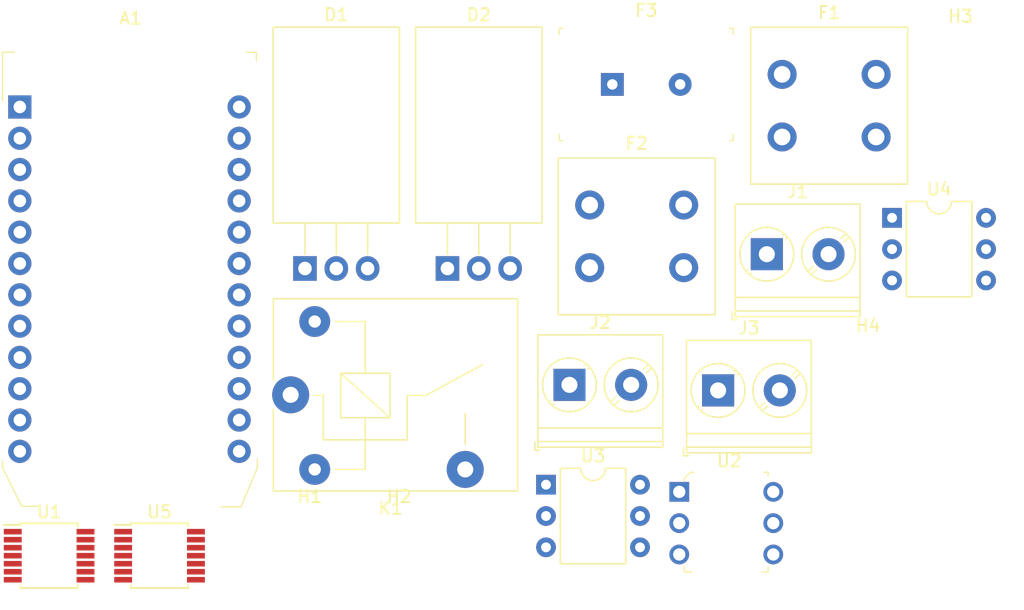
<source format=kicad_pcb>
(kicad_pcb (version 20171130) (host pcbnew "(5.1.5-0-10_14)")

  (general
    (thickness 1.6)
    (drawings 0)
    (tracks 0)
    (zones 0)
    (modules 19)
    (nets 57)
  )

  (page A4)
  (layers
    (0 F.Cu signal)
    (31 B.Cu signal)
    (32 B.Adhes user)
    (33 F.Adhes user)
    (34 B.Paste user)
    (35 F.Paste user)
    (36 B.SilkS user)
    (37 F.SilkS user)
    (38 B.Mask user)
    (39 F.Mask user)
    (40 Dwgs.User user)
    (41 Cmts.User user)
    (42 Eco1.User user)
    (43 Eco2.User user)
    (44 Edge.Cuts user)
    (45 Margin user)
    (46 B.CrtYd user)
    (47 F.CrtYd user)
    (48 B.Fab user)
    (49 F.Fab user)
  )

  (setup
    (last_trace_width 0.25)
    (trace_clearance 0.2)
    (zone_clearance 0.508)
    (zone_45_only no)
    (trace_min 0.2)
    (via_size 0.8)
    (via_drill 0.4)
    (via_min_size 0.4)
    (via_min_drill 0.3)
    (uvia_size 0.3)
    (uvia_drill 0.1)
    (uvias_allowed no)
    (uvia_min_size 0.2)
    (uvia_min_drill 0.1)
    (edge_width 0.05)
    (segment_width 0.2)
    (pcb_text_width 0.3)
    (pcb_text_size 1.5 1.5)
    (mod_edge_width 0.12)
    (mod_text_size 1 1)
    (mod_text_width 0.15)
    (pad_size 1.524 1.524)
    (pad_drill 0.762)
    (pad_to_mask_clearance 0.051)
    (solder_mask_min_width 0.25)
    (aux_axis_origin 0 0)
    (visible_elements FFFFFF7F)
    (pcbplotparams
      (layerselection 0x010fc_ffffffff)
      (usegerberextensions false)
      (usegerberattributes false)
      (usegerberadvancedattributes false)
      (creategerberjobfile false)
      (excludeedgelayer true)
      (linewidth 0.100000)
      (plotframeref false)
      (viasonmask false)
      (mode 1)
      (useauxorigin false)
      (hpglpennumber 1)
      (hpglpenspeed 20)
      (hpglpendiameter 15.000000)
      (psnegative false)
      (psa4output false)
      (plotreference true)
      (plotvalue true)
      (plotinvisibletext false)
      (padsonsilk false)
      (subtractmaskfromsilk false)
      (outputformat 1)
      (mirror false)
      (drillshape 1)
      (scaleselection 1)
      (outputdirectory ""))
  )

  (net 0 "")
  (net 1 A0)
  (net 2 A1)
  (net 3 A2)
  (net 4 A3)
  (net 5 A4)
  (net 6 "Net-(A1-Pad7)")
  (net 7 "Net-(A1-Pad6)")
  (net 8 "Net-(A1-Pad5)")
  (net 9 "Net-(A1-Pad4)")
  (net 10 "Net-(A1-Pad3)")
  (net 11 GND)
  (net 12 "Net-(A1-Pad1)")
  (net 13 D0)
  (net 14 D1)
  (net 15 D2)
  (net 16 D3)
  (net 17 "Net-(A1-Pad17)")
  (net 18 "Net-(A1-Pad18)")
  (net 19 "Net-(A1-Pad19)")
  (net 20 "Net-(A1-Pad20)")
  (net 21 "Net-(A1-Pad21)")
  (net 22 "Net-(A1-Pad22)")
  (net 23 "Net-(A1-Pad23)")
  (net 24 +3V3)
  (net 25 N)
  (net 26 "Net-(D1-Pad2)")
  (net 27 "Net-(D1-Pad3)")
  (net 28 "Net-(D2-Pad3)")
  (net 29 "Net-(D2-Pad2)")
  (net 30 "Net-(F1-Pad1)")
  (net 31 "Net-(F1-Pad2)")
  (net 32 Earth)
  (net 33 AC)
  (net 34 "Net-(C5-Pad2)")
  (net 35 "Net-(C6-Pad2)")
  (net 36 "Net-(C10-Pad1)")
  (net 37 "Net-(C8-Pad2)")
  (net 38 L1)
  (net 39 "Net-(U1-Pad6)")
  (net 40 "Net-(U1-Pad7)")
  (net 41 "Net-(U1-Pad13)")
  (net 42 "Net-(R5-Pad2)")
  (net 43 "Net-(R4-Pad2)")
  (net 44 "Net-(U2-Pad3)")
  (net 45 "Net-(U2-Pad6)")
  (net 46 "Net-(R2-Pad1)")
  (net 47 "Net-(R6-Pad1)")
  (net 48 "Net-(U3-Pad5)")
  (net 49 "Net-(U3-Pad3)")
  (net 50 "Net-(U4-Pad3)")
  (net 51 "Net-(U4-Pad5)")
  (net 52 "Net-(R7-Pad2)")
  (net 53 "Net-(R3-Pad1)")
  (net 54 "Net-(U5-Pad13)")
  (net 55 "Net-(U5-Pad7)")
  (net 56 "Net-(U5-Pad6)")

  (net_class Default "This is the default net class."
    (clearance 0.2)
    (trace_width 0.25)
    (via_dia 0.8)
    (via_drill 0.4)
    (uvia_dia 0.3)
    (uvia_drill 0.1)
    (add_net +3V3)
    (add_net A0)
    (add_net A1)
    (add_net A2)
    (add_net A3)
    (add_net A4)
    (add_net AC)
    (add_net D0)
    (add_net D1)
    (add_net D2)
    (add_net D3)
    (add_net Earth)
    (add_net GND)
    (add_net L1)
    (add_net N)
    (add_net "Net-(A1-Pad1)")
    (add_net "Net-(A1-Pad17)")
    (add_net "Net-(A1-Pad18)")
    (add_net "Net-(A1-Pad19)")
    (add_net "Net-(A1-Pad20)")
    (add_net "Net-(A1-Pad21)")
    (add_net "Net-(A1-Pad22)")
    (add_net "Net-(A1-Pad23)")
    (add_net "Net-(A1-Pad3)")
    (add_net "Net-(A1-Pad4)")
    (add_net "Net-(A1-Pad5)")
    (add_net "Net-(A1-Pad6)")
    (add_net "Net-(A1-Pad7)")
    (add_net "Net-(C10-Pad1)")
    (add_net "Net-(C5-Pad2)")
    (add_net "Net-(C6-Pad2)")
    (add_net "Net-(C8-Pad2)")
    (add_net "Net-(D1-Pad2)")
    (add_net "Net-(D1-Pad3)")
    (add_net "Net-(D2-Pad2)")
    (add_net "Net-(D2-Pad3)")
    (add_net "Net-(F1-Pad1)")
    (add_net "Net-(F1-Pad2)")
    (add_net "Net-(R2-Pad1)")
    (add_net "Net-(R3-Pad1)")
    (add_net "Net-(R4-Pad2)")
    (add_net "Net-(R5-Pad2)")
    (add_net "Net-(R6-Pad1)")
    (add_net "Net-(R7-Pad2)")
    (add_net "Net-(U1-Pad13)")
    (add_net "Net-(U1-Pad6)")
    (add_net "Net-(U1-Pad7)")
    (add_net "Net-(U2-Pad3)")
    (add_net "Net-(U2-Pad6)")
    (add_net "Net-(U3-Pad3)")
    (add_net "Net-(U3-Pad5)")
    (add_net "Net-(U4-Pad3)")
    (add_net "Net-(U4-Pad5)")
    (add_net "Net-(U5-Pad13)")
    (add_net "Net-(U5-Pad6)")
    (add_net "Net-(U5-Pad7)")
  )

  (module digikey-footprints:Particle_Photon (layer F.Cu) (tedit 59CD2E49) (tstamp 5E50BE90)
    (at 61.290201 80.289401)
    (path /5E72F9B0)
    (fp_text reference A1 (at 8.975 -35.15) (layer F.SilkS)
      (effects (font (size 1 1) (thickness 0.15)))
    )
    (fp_text value PHOTONH (at 8.7 5.325) (layer F.Fab)
      (effects (font (size 1 1) (thickness 0.15)))
    )
    (fp_line (start -1.5748 4.6228) (end -1.5748 -34.544) (layer F.CrtYd) (width 0.0508))
    (fp_line (start 19.3548 4.6228) (end -1.5748 4.6228) (layer F.CrtYd) (width 0.0508))
    (fp_line (start 19.3548 -34.544) (end 19.3548 4.6228) (layer F.CrtYd) (width 0.0508))
    (fp_line (start -1.5748 -34.544) (end 19.3548 -34.544) (layer F.CrtYd) (width 0.0508))
    (fp_text user %R (at 8.35 -13.475) (layer F.Fab)
      (effects (font (size 1 1) (thickness 0.15)))
    )
    (fp_line (start -0.425 -32.375) (end -1.4 -32.375) (layer F.SilkS) (width 0.1016))
    (fp_line (start -1.4 -32.375) (end -1.4 -28.45) (layer F.SilkS) (width 0.1016))
    (fp_line (start -1.4 0.775) (end -1.4 1.325) (layer F.SilkS) (width 0.1016))
    (fp_line (start -1.4 1.325) (end 0.15 4.45) (layer F.SilkS) (width 0.1016))
    (fp_line (start 0.15 4.45) (end 1.625 4.45) (layer F.SilkS) (width 0.1016))
    (fp_line (start 19.25 0.65) (end 19.25 1.35) (layer F.SilkS) (width 0.1016))
    (fp_line (start 19.25 1.35) (end 17.925 4.5) (layer F.SilkS) (width 0.1016))
    (fp_line (start 17.925 4.5) (end 16.325 4.5) (layer F.SilkS) (width 0.1016))
    (fp_line (start 18.325 -32.375) (end 19.175 -32.375) (layer F.SilkS) (width 0.1016))
    (fp_line (start 19.175 -32.375) (end 19.175 -31.7) (layer F.SilkS) (width 0.1016))
    (fp_line (start 19.05 1.27) (end 17.78 4.318) (layer F.Fab) (width 0.1016))
    (fp_line (start -1.27 1.27) (end 0.254 4.318) (layer F.Fab) (width 0.1016))
    (fp_line (start 17.78 4.318) (end 0.254 4.318) (layer F.Fab) (width 0.1016))
    (fp_line (start 12.9032 -32.258) (end 19.05 -32.258) (layer F.Fab) (width 0.1016))
    (fp_line (start 12.9032 -34.163) (end 12.9032 -32.258) (layer F.Fab) (width 0.1016))
    (fp_line (start 4.8768 -34.163) (end 12.9032 -34.163) (layer F.Fab) (width 0.1016))
    (fp_line (start 4.8768 -32.258) (end 4.8768 -34.163) (layer F.Fab) (width 0.1016))
    (fp_line (start -1.27 -32.258) (end 4.8768 -32.258) (layer F.Fab) (width 0.1016))
    (fp_line (start 19.05 1.27) (end 19.05 -32.258) (layer F.Fab) (width 0.1016))
    (fp_line (start -1.27 -32.258) (end -1.27 1.27) (layer F.Fab) (width 0.1016))
    (pad 12 thru_hole circle (at 0 0) (size 1.8796 1.8796) (drill 1.016) (layers *.Cu *.Mask)
      (net 1 A0))
    (pad 11 thru_hole circle (at 0 -2.54) (size 1.8796 1.8796) (drill 1.016) (layers *.Cu *.Mask)
      (net 2 A1))
    (pad 10 thru_hole circle (at 0 -5.08) (size 1.8796 1.8796) (drill 1.016) (layers *.Cu *.Mask)
      (net 3 A2))
    (pad 9 thru_hole circle (at 0 -7.62) (size 1.8796 1.8796) (drill 1.016) (layers *.Cu *.Mask)
      (net 4 A3))
    (pad 8 thru_hole circle (at 0 -10.16) (size 1.8796 1.8796) (drill 1.016) (layers *.Cu *.Mask)
      (net 5 A4))
    (pad 7 thru_hole circle (at 0 -12.7) (size 1.8796 1.8796) (drill 1.016) (layers *.Cu *.Mask)
      (net 6 "Net-(A1-Pad7)"))
    (pad 6 thru_hole circle (at 0 -15.24) (size 1.8796 1.8796) (drill 1.016) (layers *.Cu *.Mask)
      (net 7 "Net-(A1-Pad6)"))
    (pad 5 thru_hole circle (at 0 -17.78) (size 1.8796 1.8796) (drill 1.016) (layers *.Cu *.Mask)
      (net 8 "Net-(A1-Pad5)"))
    (pad 4 thru_hole circle (at 0 -20.32) (size 1.8796 1.8796) (drill 1.016) (layers *.Cu *.Mask)
      (net 9 "Net-(A1-Pad4)"))
    (pad 3 thru_hole circle (at 0 -22.86) (size 1.8796 1.8796) (drill 1.016) (layers *.Cu *.Mask)
      (net 10 "Net-(A1-Pad3)"))
    (pad 2 thru_hole circle (at 0 -25.4) (size 1.8796 1.8796) (drill 1.016) (layers *.Cu *.Mask)
      (net 11 GND))
    (pad 1 thru_hole rect (at 0 -27.94) (size 1.8796 1.8796) (drill 1.016) (layers *.Cu *.Mask)
      (net 12 "Net-(A1-Pad1)"))
    (pad 13 thru_hole circle (at 17.78 0) (size 1.8796 1.8796) (drill 1.016) (layers *.Cu *.Mask)
      (net 13 D0))
    (pad 14 thru_hole circle (at 17.78 -2.54) (size 1.8796 1.8796) (drill 1.016) (layers *.Cu *.Mask)
      (net 14 D1))
    (pad 15 thru_hole circle (at 17.78 -5.08) (size 1.8796 1.8796) (drill 1.016) (layers *.Cu *.Mask)
      (net 15 D2))
    (pad 16 thru_hole circle (at 17.78 -7.62) (size 1.8796 1.8796) (drill 1.016) (layers *.Cu *.Mask)
      (net 16 D3))
    (pad 17 thru_hole circle (at 17.78 -10.16) (size 1.8796 1.8796) (drill 1.016) (layers *.Cu *.Mask)
      (net 17 "Net-(A1-Pad17)"))
    (pad 18 thru_hole circle (at 17.78 -12.7) (size 1.8796 1.8796) (drill 1.016) (layers *.Cu *.Mask)
      (net 18 "Net-(A1-Pad18)"))
    (pad 19 thru_hole circle (at 17.78 -15.24) (size 1.8796 1.8796) (drill 1.016) (layers *.Cu *.Mask)
      (net 19 "Net-(A1-Pad19)"))
    (pad 20 thru_hole circle (at 17.78 -17.78) (size 1.8796 1.8796) (drill 1.016) (layers *.Cu *.Mask)
      (net 20 "Net-(A1-Pad20)"))
    (pad 21 thru_hole circle (at 17.78 -20.32) (size 1.8796 1.8796) (drill 1.016) (layers *.Cu *.Mask)
      (net 21 "Net-(A1-Pad21)"))
    (pad 22 thru_hole circle (at 17.78 -22.86) (size 1.8796 1.8796) (drill 1.016) (layers *.Cu *.Mask)
      (net 22 "Net-(A1-Pad22)"))
    (pad 23 thru_hole circle (at 17.78 -25.4) (size 1.8796 1.8796) (drill 1.016) (layers *.Cu *.Mask)
      (net 23 "Net-(A1-Pad23)"))
    (pad 24 thru_hole circle (at 17.78 -27.94) (size 1.8796 1.8796) (drill 1.016) (layers *.Cu *.Mask)
      (net 24 +3V3))
  )

  (module Package_TO_SOT_THT:TO-220-3_Horizontal_TabDown (layer F.Cu) (tedit 5AC8BA0D) (tstamp 5E50BEB0)
    (at 84.405001 65.455001)
    (descr "TO-220-3, Horizontal, RM 2.54mm, see https://www.vishay.com/docs/66542/to-220-1.pdf")
    (tags "TO-220-3 Horizontal RM 2.54mm")
    (path /5E50A7B8)
    (fp_text reference D1 (at 2.54 -20.58) (layer F.SilkS)
      (effects (font (size 1 1) (thickness 0.15)))
    )
    (fp_text value Q_TRIAC_A1A2G (at 2.54 2) (layer F.Fab)
      (effects (font (size 1 1) (thickness 0.15)))
    )
    (fp_circle (center 2.54 -16.66) (end 4.39 -16.66) (layer F.Fab) (width 0.1))
    (fp_line (start -2.46 -13.06) (end -2.46 -19.46) (layer F.Fab) (width 0.1))
    (fp_line (start -2.46 -19.46) (end 7.54 -19.46) (layer F.Fab) (width 0.1))
    (fp_line (start 7.54 -19.46) (end 7.54 -13.06) (layer F.Fab) (width 0.1))
    (fp_line (start 7.54 -13.06) (end -2.46 -13.06) (layer F.Fab) (width 0.1))
    (fp_line (start -2.46 -3.81) (end -2.46 -13.06) (layer F.Fab) (width 0.1))
    (fp_line (start -2.46 -13.06) (end 7.54 -13.06) (layer F.Fab) (width 0.1))
    (fp_line (start 7.54 -13.06) (end 7.54 -3.81) (layer F.Fab) (width 0.1))
    (fp_line (start 7.54 -3.81) (end -2.46 -3.81) (layer F.Fab) (width 0.1))
    (fp_line (start 0 -3.81) (end 0 0) (layer F.Fab) (width 0.1))
    (fp_line (start 2.54 -3.81) (end 2.54 0) (layer F.Fab) (width 0.1))
    (fp_line (start 5.08 -3.81) (end 5.08 0) (layer F.Fab) (width 0.1))
    (fp_line (start -2.58 -3.69) (end 7.66 -3.69) (layer F.SilkS) (width 0.12))
    (fp_line (start -2.58 -19.58) (end 7.66 -19.58) (layer F.SilkS) (width 0.12))
    (fp_line (start -2.58 -19.58) (end -2.58 -3.69) (layer F.SilkS) (width 0.12))
    (fp_line (start 7.66 -19.58) (end 7.66 -3.69) (layer F.SilkS) (width 0.12))
    (fp_line (start 0 -3.69) (end 0 -1.15) (layer F.SilkS) (width 0.12))
    (fp_line (start 2.54 -3.69) (end 2.54 -1.15) (layer F.SilkS) (width 0.12))
    (fp_line (start 5.08 -3.69) (end 5.08 -1.15) (layer F.SilkS) (width 0.12))
    (fp_line (start -2.71 -19.71) (end -2.71 1.25) (layer F.CrtYd) (width 0.05))
    (fp_line (start -2.71 1.25) (end 7.79 1.25) (layer F.CrtYd) (width 0.05))
    (fp_line (start 7.79 1.25) (end 7.79 -19.71) (layer F.CrtYd) (width 0.05))
    (fp_line (start 7.79 -19.71) (end -2.71 -19.71) (layer F.CrtYd) (width 0.05))
    (fp_text user %R (at 2.54 -20.58) (layer F.Fab)
      (effects (font (size 1 1) (thickness 0.15)))
    )
    (pad "" np_thru_hole oval (at 2.54 -16.66) (size 3.5 3.5) (drill 3.5) (layers *.Cu *.Mask))
    (pad 1 thru_hole rect (at 0 0) (size 1.905 2) (drill 1.1) (layers *.Cu *.Mask)
      (net 25 N))
    (pad 2 thru_hole oval (at 2.54 0) (size 1.905 2) (drill 1.1) (layers *.Cu *.Mask)
      (net 26 "Net-(D1-Pad2)"))
    (pad 3 thru_hole oval (at 5.08 0) (size 1.905 2) (drill 1.1) (layers *.Cu *.Mask)
      (net 27 "Net-(D1-Pad3)"))
    (model ${KISYS3DMOD}/Package_TO_SOT_THT.3dshapes/TO-220-3_Horizontal_TabDown.wrl
      (at (xyz 0 0 0))
      (scale (xyz 1 1 1))
      (rotate (xyz 0 0 0))
    )
  )

  (module Package_TO_SOT_THT:TO-220-3_Horizontal_TabDown (layer F.Cu) (tedit 5AC8BA0D) (tstamp 5E50BED0)
    (at 95.955001 65.455001)
    (descr "TO-220-3, Horizontal, RM 2.54mm, see https://www.vishay.com/docs/66542/to-220-1.pdf")
    (tags "TO-220-3 Horizontal RM 2.54mm")
    (path /5E50AD66)
    (fp_text reference D2 (at 2.54 -20.58) (layer F.SilkS)
      (effects (font (size 1 1) (thickness 0.15)))
    )
    (fp_text value Q_TRIAC_A1A2G (at 2.54 2) (layer F.Fab)
      (effects (font (size 1 1) (thickness 0.15)))
    )
    (fp_text user %R (at 2.54 -20.58) (layer F.Fab)
      (effects (font (size 1 1) (thickness 0.15)))
    )
    (fp_line (start 7.79 -19.71) (end -2.71 -19.71) (layer F.CrtYd) (width 0.05))
    (fp_line (start 7.79 1.25) (end 7.79 -19.71) (layer F.CrtYd) (width 0.05))
    (fp_line (start -2.71 1.25) (end 7.79 1.25) (layer F.CrtYd) (width 0.05))
    (fp_line (start -2.71 -19.71) (end -2.71 1.25) (layer F.CrtYd) (width 0.05))
    (fp_line (start 5.08 -3.69) (end 5.08 -1.15) (layer F.SilkS) (width 0.12))
    (fp_line (start 2.54 -3.69) (end 2.54 -1.15) (layer F.SilkS) (width 0.12))
    (fp_line (start 0 -3.69) (end 0 -1.15) (layer F.SilkS) (width 0.12))
    (fp_line (start 7.66 -19.58) (end 7.66 -3.69) (layer F.SilkS) (width 0.12))
    (fp_line (start -2.58 -19.58) (end -2.58 -3.69) (layer F.SilkS) (width 0.12))
    (fp_line (start -2.58 -19.58) (end 7.66 -19.58) (layer F.SilkS) (width 0.12))
    (fp_line (start -2.58 -3.69) (end 7.66 -3.69) (layer F.SilkS) (width 0.12))
    (fp_line (start 5.08 -3.81) (end 5.08 0) (layer F.Fab) (width 0.1))
    (fp_line (start 2.54 -3.81) (end 2.54 0) (layer F.Fab) (width 0.1))
    (fp_line (start 0 -3.81) (end 0 0) (layer F.Fab) (width 0.1))
    (fp_line (start 7.54 -3.81) (end -2.46 -3.81) (layer F.Fab) (width 0.1))
    (fp_line (start 7.54 -13.06) (end 7.54 -3.81) (layer F.Fab) (width 0.1))
    (fp_line (start -2.46 -13.06) (end 7.54 -13.06) (layer F.Fab) (width 0.1))
    (fp_line (start -2.46 -3.81) (end -2.46 -13.06) (layer F.Fab) (width 0.1))
    (fp_line (start 7.54 -13.06) (end -2.46 -13.06) (layer F.Fab) (width 0.1))
    (fp_line (start 7.54 -19.46) (end 7.54 -13.06) (layer F.Fab) (width 0.1))
    (fp_line (start -2.46 -19.46) (end 7.54 -19.46) (layer F.Fab) (width 0.1))
    (fp_line (start -2.46 -13.06) (end -2.46 -19.46) (layer F.Fab) (width 0.1))
    (fp_circle (center 2.54 -16.66) (end 4.39 -16.66) (layer F.Fab) (width 0.1))
    (pad 3 thru_hole oval (at 5.08 0) (size 1.905 2) (drill 1.1) (layers *.Cu *.Mask)
      (net 28 "Net-(D2-Pad3)"))
    (pad 2 thru_hole oval (at 2.54 0) (size 1.905 2) (drill 1.1) (layers *.Cu *.Mask)
      (net 29 "Net-(D2-Pad2)"))
    (pad 1 thru_hole rect (at 0 0) (size 1.905 2) (drill 1.1) (layers *.Cu *.Mask)
      (net 25 N))
    (pad "" np_thru_hole oval (at 2.54 -16.66) (size 3.5 3.5) (drill 3.5) (layers *.Cu *.Mask))
    (model ${KISYS3DMOD}/Package_TO_SOT_THT.3dshapes/TO-220-3_Horizontal_TabDown.wrl
      (at (xyz 0 0 0))
      (scale (xyz 1 1 1))
      (rotate (xyz 0 0 0))
    )
  )

  (module Fuse:Fuseholder_Cylinder-5x20mm_Schurter_FPG4_Vertical_Closed (layer F.Cu) (tedit 5C61FA3F) (tstamp 5E50BEE6)
    (at 123.085001 49.705001)
    (descr "Shock-Safe Fuseholder, 5 x 20 mm, Slotted Cap/Fingergrip, vertical, IEC 60335-1; 250VAC/10A VDE; 500V/16A UL/CSA (https://us.schurter.com/bundles/snceschurter/epim/_ProdPool_/newDS/en/typ_FPG4.pdf)")
    (tags "fuse holder vertical 5x20mm")
    (path /5E75C52F)
    (fp_text reference F1 (at 3.81 -5) (layer F.SilkS)
      (effects (font (size 1 1) (thickness 0.15)))
    )
    (fp_text value Fuse (at 3.81 10) (layer F.Fab)
      (effects (font (size 1 1) (thickness 0.15)))
    )
    (fp_line (start -2.44 -3.71) (end 10.06 -3.71) (layer F.Fab) (width 0.1))
    (fp_line (start 10.06 -3.71) (end 10.06 8.79) (layer F.Fab) (width 0.1))
    (fp_line (start 10.06 8.79) (end -2.44 8.79) (layer F.Fab) (width 0.1))
    (fp_line (start -2.44 8.79) (end -2.44 -3.71) (layer F.Fab) (width 0.1))
    (fp_circle (center 3.81 2.54) (end 10.06 2.54) (layer F.Fab) (width 0.1))
    (fp_line (start 10.17 8.9) (end -2.55 8.9) (layer F.SilkS) (width 0.12))
    (fp_line (start -2.55 8.9) (end -2.55 -3.82) (layer F.SilkS) (width 0.12))
    (fp_line (start 10.17 -3.82) (end 10.17 8.9) (layer F.SilkS) (width 0.12))
    (fp_line (start -2.55 -3.82) (end 10.17 -3.82) (layer F.SilkS) (width 0.12))
    (fp_line (start -2.69 -3.96) (end 10.31 -3.96) (layer F.CrtYd) (width 0.05))
    (fp_line (start -2.69 9.04) (end -2.69 -3.96) (layer F.CrtYd) (width 0.05))
    (fp_line (start 10.31 9.04) (end -2.69 9.04) (layer F.CrtYd) (width 0.05))
    (fp_line (start 10.31 -3.96) (end 10.31 9.04) (layer F.CrtYd) (width 0.05))
    (fp_text user %R (at 3.81 2.54) (layer F.Fab)
      (effects (font (size 1 1) (thickness 0.15)))
    )
    (pad 1 thru_hole circle (at 0 0) (size 2.35 2.35) (drill 1.35) (layers *.Cu *.Mask)
      (net 30 "Net-(F1-Pad1)"))
    (pad 2 thru_hole circle (at 7.62 0) (size 2.35 2.35) (drill 1.35) (layers *.Cu *.Mask)
      (net 31 "Net-(F1-Pad2)"))
    (pad 2 thru_hole circle (at 7.62 5.08) (size 2.35 2.35) (drill 1.35) (layers *.Cu *.Mask)
      (net 31 "Net-(F1-Pad2)"))
    (pad 1 thru_hole circle (at 0 5.08) (size 2.35 2.35) (drill 1.35) (layers *.Cu *.Mask)
      (net 30 "Net-(F1-Pad1)"))
    (model ${KISYS3DMOD}/Fuse.3dshapes/Fuseholder_Cylinder-5x20mm_Schurter_FPG4_Vertical_Closed.wrl
      (at (xyz 0 0 0))
      (scale (xyz 1 1 1))
      (rotate (xyz 0 0 0))
    )
  )

  (module Fuse:Fuseholder_Cylinder-5x20mm_Schurter_FPG4_Vertical_Closed (layer F.Cu) (tedit 5C61FA3F) (tstamp 5E50BEFC)
    (at 107.485001 60.305001)
    (descr "Shock-Safe Fuseholder, 5 x 20 mm, Slotted Cap/Fingergrip, vertical, IEC 60335-1; 250VAC/10A VDE; 500V/16A UL/CSA (https://us.schurter.com/bundles/snceschurter/epim/_ProdPool_/newDS/en/typ_FPG4.pdf)")
    (tags "fuse holder vertical 5x20mm")
    (path /5E7A661C)
    (fp_text reference F2 (at 3.81 -5) (layer F.SilkS)
      (effects (font (size 1 1) (thickness 0.15)))
    )
    (fp_text value Fuse (at 3.81 10) (layer F.Fab)
      (effects (font (size 1 1) (thickness 0.15)))
    )
    (fp_text user %R (at 3.81 2.54) (layer F.Fab)
      (effects (font (size 1 1) (thickness 0.15)))
    )
    (fp_line (start 10.31 -3.96) (end 10.31 9.04) (layer F.CrtYd) (width 0.05))
    (fp_line (start 10.31 9.04) (end -2.69 9.04) (layer F.CrtYd) (width 0.05))
    (fp_line (start -2.69 9.04) (end -2.69 -3.96) (layer F.CrtYd) (width 0.05))
    (fp_line (start -2.69 -3.96) (end 10.31 -3.96) (layer F.CrtYd) (width 0.05))
    (fp_line (start -2.55 -3.82) (end 10.17 -3.82) (layer F.SilkS) (width 0.12))
    (fp_line (start 10.17 -3.82) (end 10.17 8.9) (layer F.SilkS) (width 0.12))
    (fp_line (start -2.55 8.9) (end -2.55 -3.82) (layer F.SilkS) (width 0.12))
    (fp_line (start 10.17 8.9) (end -2.55 8.9) (layer F.SilkS) (width 0.12))
    (fp_circle (center 3.81 2.54) (end 10.06 2.54) (layer F.Fab) (width 0.1))
    (fp_line (start -2.44 8.79) (end -2.44 -3.71) (layer F.Fab) (width 0.1))
    (fp_line (start 10.06 8.79) (end -2.44 8.79) (layer F.Fab) (width 0.1))
    (fp_line (start 10.06 -3.71) (end 10.06 8.79) (layer F.Fab) (width 0.1))
    (fp_line (start -2.44 -3.71) (end 10.06 -3.71) (layer F.Fab) (width 0.1))
    (pad 1 thru_hole circle (at 0 5.08) (size 2.35 2.35) (drill 1.35) (layers *.Cu *.Mask)
      (net 25 N))
    (pad 2 thru_hole circle (at 7.62 5.08) (size 2.35 2.35) (drill 1.35) (layers *.Cu *.Mask)
      (net 32 Earth))
    (pad 2 thru_hole circle (at 7.62 0) (size 2.35 2.35) (drill 1.35) (layers *.Cu *.Mask)
      (net 32 Earth))
    (pad 1 thru_hole circle (at 0 0) (size 2.35 2.35) (drill 1.35) (layers *.Cu *.Mask)
      (net 25 N))
    (model ${KISYS3DMOD}/Fuse.3dshapes/Fuseholder_Cylinder-5x20mm_Schurter_FPG4_Vertical_Closed.wrl
      (at (xyz 0 0 0))
      (scale (xyz 1 1 1))
      (rotate (xyz 0 0 0))
    )
  )

  (module digikey-footprints:TCO_5.5mm_Radial (layer F.Cu) (tedit 5AFAF85E) (tstamp 5E50BF13)
    (at 109.320001 50.520001)
    (descr http://optoelectronics.liteon.com/upload/download/DS20-2000-343/1CHKxKNN.pdf)
    (path /5E7AAAE3)
    (fp_text reference F3 (at 2.75 -6) (layer F.SilkS)
      (effects (font (size 1 1) (thickness 0.15)))
    )
    (fp_text value DFP10112 (at 2.8 5.75) (layer F.Fab)
      (effects (font (size 1 1) (thickness 0.15)))
    )
    (fp_line (start 9.8 -4.55) (end 9.8 -4.05) (layer F.SilkS) (width 0.1))
    (fp_line (start 9.5 -4.55) (end 9.8 -4.55) (layer F.SilkS) (width 0.1))
    (fp_line (start 9.8 4.55) (end 9.8 4.05) (layer F.SilkS) (width 0.1))
    (fp_line (start 9.5 4.55) (end 9.8 4.55) (layer F.SilkS) (width 0.1))
    (fp_line (start -4.3 4.55) (end -4 4.55) (layer F.SilkS) (width 0.1))
    (fp_line (start -4.3 4.05) (end -4.3 4.55) (layer F.SilkS) (width 0.1))
    (fp_line (start -4.3 -4.55) (end -4.3 -4.05) (layer F.SilkS) (width 0.1))
    (fp_line (start -4 -4.55) (end -4.3 -4.55) (layer F.SilkS) (width 0.1))
    (fp_line (start 10 -4.75) (end -4.5 -4.75) (layer F.CrtYd) (width 0.1))
    (fp_line (start 10 4.75) (end 10 -4.75) (layer F.CrtYd) (width 0.1))
    (fp_line (start -4.5 4.75) (end 10 4.75) (layer F.CrtYd) (width 0.1))
    (fp_line (start -4.5 -4.75) (end -4.5 4.75) (layer F.CrtYd) (width 0.1))
    (fp_line (start -4.25 4.5) (end -4.25 -4.5) (layer F.Fab) (width 0.1))
    (fp_line (start 9.75 4.5) (end -4.25 4.5) (layer F.Fab) (width 0.1))
    (fp_line (start 9.75 -4.5) (end 9.75 4.5) (layer F.Fab) (width 0.1))
    (fp_line (start -4.25 -4.5) (end 9.75 -4.5) (layer F.Fab) (width 0.1))
    (fp_text user %R (at 2.75 -1) (layer F.Fab)
      (effects (font (size 1 1) (thickness 0.15)))
    )
    (pad 1 thru_hole rect (at 0 0) (size 1.85 1.85) (drill 0.85) (layers *.Cu *.Mask)
      (net 33 AC))
    (pad 2 thru_hole circle (at 5.5 0) (size 1.85 1.85) (drill 0.85) (layers *.Cu *.Mask)
      (net 31 "Net-(F1-Pad2)"))
  )

  (module MountingHole:MountingHole_3.2mm_M3_ISO7380 (layer F.Cu) (tedit 56D1B4CB) (tstamp 5E50BF1B)
    (at 84.795001 87.805001)
    (descr "Mounting Hole 3.2mm, no annular, M3, ISO7380")
    (tags "mounting hole 3.2mm no annular m3 iso7380")
    (path /5E73824E)
    (attr virtual)
    (fp_text reference H1 (at 0 -3.85) (layer F.SilkS)
      (effects (font (size 1 1) (thickness 0.15)))
    )
    (fp_text value MountingHole (at 0 3.85) (layer F.Fab)
      (effects (font (size 1 1) (thickness 0.15)))
    )
    (fp_text user %R (at 0.3 0) (layer F.Fab)
      (effects (font (size 1 1) (thickness 0.15)))
    )
    (fp_circle (center 0 0) (end 2.85 0) (layer Cmts.User) (width 0.15))
    (fp_circle (center 0 0) (end 3.1 0) (layer F.CrtYd) (width 0.05))
    (pad 1 np_thru_hole circle (at 0 0) (size 3.2 3.2) (drill 3.2) (layers *.Cu *.Mask))
  )

  (module MountingHole:MountingHole_3.2mm_M3_ISO7380 (layer F.Cu) (tedit 56D1B4CB) (tstamp 5E50BF23)
    (at 92.045001 87.805001)
    (descr "Mounting Hole 3.2mm, no annular, M3, ISO7380")
    (tags "mounting hole 3.2mm no annular m3 iso7380")
    (path /5E73855F)
    (attr virtual)
    (fp_text reference H2 (at 0 -3.85) (layer F.SilkS)
      (effects (font (size 1 1) (thickness 0.15)))
    )
    (fp_text value MountingHole (at 0 3.85) (layer F.Fab)
      (effects (font (size 1 1) (thickness 0.15)))
    )
    (fp_circle (center 0 0) (end 3.1 0) (layer F.CrtYd) (width 0.05))
    (fp_circle (center 0 0) (end 2.85 0) (layer Cmts.User) (width 0.15))
    (fp_text user %R (at 0.3 0) (layer F.Fab)
      (effects (font (size 1 1) (thickness 0.15)))
    )
    (pad 1 np_thru_hole circle (at 0 0) (size 3.2 3.2) (drill 3.2) (layers *.Cu *.Mask))
  )

  (module MountingHole:MountingHole_3.2mm_M3_ISO7380 (layer F.Cu) (tedit 56D1B4CB) (tstamp 5E50BF2B)
    (at 137.545001 48.845001)
    (descr "Mounting Hole 3.2mm, no annular, M3, ISO7380")
    (tags "mounting hole 3.2mm no annular m3 iso7380")
    (path /5E738CD1)
    (attr virtual)
    (fp_text reference H3 (at 0 -3.85) (layer F.SilkS)
      (effects (font (size 1 1) (thickness 0.15)))
    )
    (fp_text value MountingHole (at 0 3.85) (layer F.Fab)
      (effects (font (size 1 1) (thickness 0.15)))
    )
    (fp_text user %R (at 0.3 0) (layer F.Fab)
      (effects (font (size 1 1) (thickness 0.15)))
    )
    (fp_circle (center 0 0) (end 2.85 0) (layer Cmts.User) (width 0.15))
    (fp_circle (center 0 0) (end 3.1 0) (layer F.CrtYd) (width 0.05))
    (pad 1 np_thru_hole circle (at 0 0) (size 3.2 3.2) (drill 3.2) (layers *.Cu *.Mask))
  )

  (module MountingHole:MountingHole_3.2mm_M3_ISO7380 (layer F.Cu) (tedit 56D1B4CB) (tstamp 5E50BF33)
    (at 130.045001 73.945001)
    (descr "Mounting Hole 3.2mm, no annular, M3, ISO7380")
    (tags "mounting hole 3.2mm no annular m3 iso7380")
    (path /5E7394FA)
    (attr virtual)
    (fp_text reference H4 (at 0 -3.85) (layer F.SilkS)
      (effects (font (size 1 1) (thickness 0.15)))
    )
    (fp_text value MountingHole (at 0 3.85) (layer F.Fab)
      (effects (font (size 1 1) (thickness 0.15)))
    )
    (fp_circle (center 0 0) (end 3.1 0) (layer F.CrtYd) (width 0.05))
    (fp_circle (center 0 0) (end 2.85 0) (layer Cmts.User) (width 0.15))
    (fp_text user %R (at 0.3 0) (layer F.Fab)
      (effects (font (size 1 1) (thickness 0.15)))
    )
    (pad 1 np_thru_hole circle (at 0 0) (size 3.2 3.2) (drill 3.2) (layers *.Cu *.Mask))
  )

  (module TerminalBlock_Phoenix:TerminalBlock_Phoenix_PT-1,5-2-5.0-H_1x02_P5.00mm_Horizontal (layer F.Cu) (tedit 5B294F69) (tstamp 5E50BF5D)
    (at 121.845001 64.295001)
    (descr "Terminal Block Phoenix PT-1,5-2-5.0-H, 2 pins, pitch 5mm, size 10x9mm^2, drill diamater 1.3mm, pad diameter 2.6mm, see http://www.mouser.com/ds/2/324/ItemDetail_1935161-922578.pdf, script-generated using https://github.com/pointhi/kicad-footprint-generator/scripts/TerminalBlock_Phoenix")
    (tags "THT Terminal Block Phoenix PT-1,5-2-5.0-H pitch 5mm size 10x9mm^2 drill 1.3mm pad 2.6mm")
    (path /5E732830)
    (fp_text reference J1 (at 2.5 -5.06) (layer F.SilkS)
      (effects (font (size 1 1) (thickness 0.15)))
    )
    (fp_text value Screw_Terminal_01x02 (at 2.5 6.06) (layer F.Fab)
      (effects (font (size 1 1) (thickness 0.15)))
    )
    (fp_circle (center 0 0) (end 2 0) (layer F.Fab) (width 0.1))
    (fp_circle (center 0 0) (end 2.18 0) (layer F.SilkS) (width 0.12))
    (fp_circle (center 5 0) (end 7 0) (layer F.Fab) (width 0.1))
    (fp_circle (center 5 0) (end 7.18 0) (layer F.SilkS) (width 0.12))
    (fp_line (start -2.5 -4) (end 7.5 -4) (layer F.Fab) (width 0.1))
    (fp_line (start 7.5 -4) (end 7.5 5) (layer F.Fab) (width 0.1))
    (fp_line (start 7.5 5) (end -2.1 5) (layer F.Fab) (width 0.1))
    (fp_line (start -2.1 5) (end -2.5 4.6) (layer F.Fab) (width 0.1))
    (fp_line (start -2.5 4.6) (end -2.5 -4) (layer F.Fab) (width 0.1))
    (fp_line (start -2.5 4.6) (end 7.5 4.6) (layer F.Fab) (width 0.1))
    (fp_line (start -2.56 4.6) (end 7.56 4.6) (layer F.SilkS) (width 0.12))
    (fp_line (start -2.5 3.5) (end 7.5 3.5) (layer F.Fab) (width 0.1))
    (fp_line (start -2.56 3.5) (end 7.56 3.5) (layer F.SilkS) (width 0.12))
    (fp_line (start -2.56 -4.06) (end 7.56 -4.06) (layer F.SilkS) (width 0.12))
    (fp_line (start -2.56 5.06) (end 7.56 5.06) (layer F.SilkS) (width 0.12))
    (fp_line (start -2.56 -4.06) (end -2.56 5.06) (layer F.SilkS) (width 0.12))
    (fp_line (start 7.56 -4.06) (end 7.56 5.06) (layer F.SilkS) (width 0.12))
    (fp_line (start 1.517 -1.273) (end -1.273 1.517) (layer F.Fab) (width 0.1))
    (fp_line (start 1.273 -1.517) (end -1.517 1.273) (layer F.Fab) (width 0.1))
    (fp_line (start 1.654 -1.388) (end 1.547 -1.281) (layer F.SilkS) (width 0.12))
    (fp_line (start -1.282 1.547) (end -1.388 1.654) (layer F.SilkS) (width 0.12))
    (fp_line (start 1.388 -1.654) (end 1.281 -1.547) (layer F.SilkS) (width 0.12))
    (fp_line (start -1.548 1.281) (end -1.654 1.388) (layer F.SilkS) (width 0.12))
    (fp_line (start 6.517 -1.273) (end 3.728 1.517) (layer F.Fab) (width 0.1))
    (fp_line (start 6.273 -1.517) (end 3.484 1.273) (layer F.Fab) (width 0.1))
    (fp_line (start 6.654 -1.388) (end 6.259 -0.992) (layer F.SilkS) (width 0.12))
    (fp_line (start 3.993 1.274) (end 3.613 1.654) (layer F.SilkS) (width 0.12))
    (fp_line (start 6.388 -1.654) (end 6.008 -1.274) (layer F.SilkS) (width 0.12))
    (fp_line (start 3.742 0.992) (end 3.347 1.388) (layer F.SilkS) (width 0.12))
    (fp_line (start -2.8 4.66) (end -2.8 5.3) (layer F.SilkS) (width 0.12))
    (fp_line (start -2.8 5.3) (end -2.4 5.3) (layer F.SilkS) (width 0.12))
    (fp_line (start -3 -4.5) (end -3 5.5) (layer F.CrtYd) (width 0.05))
    (fp_line (start -3 5.5) (end 8 5.5) (layer F.CrtYd) (width 0.05))
    (fp_line (start 8 5.5) (end 8 -4.5) (layer F.CrtYd) (width 0.05))
    (fp_line (start 8 -4.5) (end -3 -4.5) (layer F.CrtYd) (width 0.05))
    (fp_text user %R (at 2.5 2.9) (layer F.Fab)
      (effects (font (size 1 1) (thickness 0.15)))
    )
    (pad 1 thru_hole rect (at 0 0) (size 2.6 2.6) (drill 1.3) (layers *.Cu *.Mask)
      (net 21 "Net-(A1-Pad21)"))
    (pad 2 thru_hole circle (at 5 0) (size 2.6 2.6) (drill 1.3) (layers *.Cu *.Mask)
      (net 12 "Net-(A1-Pad1)"))
    (model ${KISYS3DMOD}/TerminalBlock_Phoenix.3dshapes/TerminalBlock_Phoenix_PT-1,5-2-5.0-H_1x02_P5.00mm_Horizontal.wrl
      (at (xyz 0 0 0))
      (scale (xyz 1 1 1))
      (rotate (xyz 0 0 0))
    )
  )

  (module TerminalBlock_Phoenix:TerminalBlock_Phoenix_PT-1,5-2-5.0-H_1x02_P5.00mm_Horizontal (layer F.Cu) (tedit 5B294F69) (tstamp 5E50BF87)
    (at 105.845001 74.895001)
    (descr "Terminal Block Phoenix PT-1,5-2-5.0-H, 2 pins, pitch 5mm, size 10x9mm^2, drill diamater 1.3mm, pad diameter 2.6mm, see http://www.mouser.com/ds/2/324/ItemDetail_1935161-922578.pdf, script-generated using https://github.com/pointhi/kicad-footprint-generator/scripts/TerminalBlock_Phoenix")
    (tags "THT Terminal Block Phoenix PT-1,5-2-5.0-H pitch 5mm size 10x9mm^2 drill 1.3mm pad 2.6mm")
    (path /5E6F705E)
    (fp_text reference J2 (at 2.5 -5.06) (layer F.SilkS)
      (effects (font (size 1 1) (thickness 0.15)))
    )
    (fp_text value Screw_Terminal_01x02 (at 2.5 6.06) (layer F.Fab)
      (effects (font (size 1 1) (thickness 0.15)))
    )
    (fp_circle (center 0 0) (end 2 0) (layer F.Fab) (width 0.1))
    (fp_circle (center 0 0) (end 2.18 0) (layer F.SilkS) (width 0.12))
    (fp_circle (center 5 0) (end 7 0) (layer F.Fab) (width 0.1))
    (fp_circle (center 5 0) (end 7.18 0) (layer F.SilkS) (width 0.12))
    (fp_line (start -2.5 -4) (end 7.5 -4) (layer F.Fab) (width 0.1))
    (fp_line (start 7.5 -4) (end 7.5 5) (layer F.Fab) (width 0.1))
    (fp_line (start 7.5 5) (end -2.1 5) (layer F.Fab) (width 0.1))
    (fp_line (start -2.1 5) (end -2.5 4.6) (layer F.Fab) (width 0.1))
    (fp_line (start -2.5 4.6) (end -2.5 -4) (layer F.Fab) (width 0.1))
    (fp_line (start -2.5 4.6) (end 7.5 4.6) (layer F.Fab) (width 0.1))
    (fp_line (start -2.56 4.6) (end 7.56 4.6) (layer F.SilkS) (width 0.12))
    (fp_line (start -2.5 3.5) (end 7.5 3.5) (layer F.Fab) (width 0.1))
    (fp_line (start -2.56 3.5) (end 7.56 3.5) (layer F.SilkS) (width 0.12))
    (fp_line (start -2.56 -4.06) (end 7.56 -4.06) (layer F.SilkS) (width 0.12))
    (fp_line (start -2.56 5.06) (end 7.56 5.06) (layer F.SilkS) (width 0.12))
    (fp_line (start -2.56 -4.06) (end -2.56 5.06) (layer F.SilkS) (width 0.12))
    (fp_line (start 7.56 -4.06) (end 7.56 5.06) (layer F.SilkS) (width 0.12))
    (fp_line (start 1.517 -1.273) (end -1.273 1.517) (layer F.Fab) (width 0.1))
    (fp_line (start 1.273 -1.517) (end -1.517 1.273) (layer F.Fab) (width 0.1))
    (fp_line (start 1.654 -1.388) (end 1.547 -1.281) (layer F.SilkS) (width 0.12))
    (fp_line (start -1.282 1.547) (end -1.388 1.654) (layer F.SilkS) (width 0.12))
    (fp_line (start 1.388 -1.654) (end 1.281 -1.547) (layer F.SilkS) (width 0.12))
    (fp_line (start -1.548 1.281) (end -1.654 1.388) (layer F.SilkS) (width 0.12))
    (fp_line (start 6.517 -1.273) (end 3.728 1.517) (layer F.Fab) (width 0.1))
    (fp_line (start 6.273 -1.517) (end 3.484 1.273) (layer F.Fab) (width 0.1))
    (fp_line (start 6.654 -1.388) (end 6.259 -0.992) (layer F.SilkS) (width 0.12))
    (fp_line (start 3.993 1.274) (end 3.613 1.654) (layer F.SilkS) (width 0.12))
    (fp_line (start 6.388 -1.654) (end 6.008 -1.274) (layer F.SilkS) (width 0.12))
    (fp_line (start 3.742 0.992) (end 3.347 1.388) (layer F.SilkS) (width 0.12))
    (fp_line (start -2.8 4.66) (end -2.8 5.3) (layer F.SilkS) (width 0.12))
    (fp_line (start -2.8 5.3) (end -2.4 5.3) (layer F.SilkS) (width 0.12))
    (fp_line (start -3 -4.5) (end -3 5.5) (layer F.CrtYd) (width 0.05))
    (fp_line (start -3 5.5) (end 8 5.5) (layer F.CrtYd) (width 0.05))
    (fp_line (start 8 5.5) (end 8 -4.5) (layer F.CrtYd) (width 0.05))
    (fp_line (start 8 -4.5) (end -3 -4.5) (layer F.CrtYd) (width 0.05))
    (fp_text user %R (at 2.5 2.9) (layer F.Fab)
      (effects (font (size 1 1) (thickness 0.15)))
    )
    (pad 1 thru_hole rect (at 0 0) (size 2.6 2.6) (drill 1.3) (layers *.Cu *.Mask)
      (net 34 "Net-(C5-Pad2)"))
    (pad 2 thru_hole circle (at 5 0) (size 2.6 2.6) (drill 1.3) (layers *.Cu *.Mask)
      (net 35 "Net-(C6-Pad2)"))
    (model ${KISYS3DMOD}/TerminalBlock_Phoenix.3dshapes/TerminalBlock_Phoenix_PT-1,5-2-5.0-H_1x02_P5.00mm_Horizontal.wrl
      (at (xyz 0 0 0))
      (scale (xyz 1 1 1))
      (rotate (xyz 0 0 0))
    )
  )

  (module TerminalBlock_Phoenix:TerminalBlock_Phoenix_PT-1,5-2-5.0-H_1x02_P5.00mm_Horizontal (layer F.Cu) (tedit 5B294F69) (tstamp 5E50BFB1)
    (at 117.895001 75.345001)
    (descr "Terminal Block Phoenix PT-1,5-2-5.0-H, 2 pins, pitch 5mm, size 10x9mm^2, drill diamater 1.3mm, pad diameter 2.6mm, see http://www.mouser.com/ds/2/324/ItemDetail_1935161-922578.pdf, script-generated using https://github.com/pointhi/kicad-footprint-generator/scripts/TerminalBlock_Phoenix")
    (tags "THT Terminal Block Phoenix PT-1,5-2-5.0-H pitch 5mm size 10x9mm^2 drill 1.3mm pad 2.6mm")
    (path /5E704294)
    (fp_text reference J3 (at 2.5 -5.06) (layer F.SilkS)
      (effects (font (size 1 1) (thickness 0.15)))
    )
    (fp_text value Screw_Terminal_01x02 (at 2.5 6.06) (layer F.Fab)
      (effects (font (size 1 1) (thickness 0.15)))
    )
    (fp_text user %R (at 2.5 2.9) (layer F.Fab)
      (effects (font (size 1 1) (thickness 0.15)))
    )
    (fp_line (start 8 -4.5) (end -3 -4.5) (layer F.CrtYd) (width 0.05))
    (fp_line (start 8 5.5) (end 8 -4.5) (layer F.CrtYd) (width 0.05))
    (fp_line (start -3 5.5) (end 8 5.5) (layer F.CrtYd) (width 0.05))
    (fp_line (start -3 -4.5) (end -3 5.5) (layer F.CrtYd) (width 0.05))
    (fp_line (start -2.8 5.3) (end -2.4 5.3) (layer F.SilkS) (width 0.12))
    (fp_line (start -2.8 4.66) (end -2.8 5.3) (layer F.SilkS) (width 0.12))
    (fp_line (start 3.742 0.992) (end 3.347 1.388) (layer F.SilkS) (width 0.12))
    (fp_line (start 6.388 -1.654) (end 6.008 -1.274) (layer F.SilkS) (width 0.12))
    (fp_line (start 3.993 1.274) (end 3.613 1.654) (layer F.SilkS) (width 0.12))
    (fp_line (start 6.654 -1.388) (end 6.259 -0.992) (layer F.SilkS) (width 0.12))
    (fp_line (start 6.273 -1.517) (end 3.484 1.273) (layer F.Fab) (width 0.1))
    (fp_line (start 6.517 -1.273) (end 3.728 1.517) (layer F.Fab) (width 0.1))
    (fp_line (start -1.548 1.281) (end -1.654 1.388) (layer F.SilkS) (width 0.12))
    (fp_line (start 1.388 -1.654) (end 1.281 -1.547) (layer F.SilkS) (width 0.12))
    (fp_line (start -1.282 1.547) (end -1.388 1.654) (layer F.SilkS) (width 0.12))
    (fp_line (start 1.654 -1.388) (end 1.547 -1.281) (layer F.SilkS) (width 0.12))
    (fp_line (start 1.273 -1.517) (end -1.517 1.273) (layer F.Fab) (width 0.1))
    (fp_line (start 1.517 -1.273) (end -1.273 1.517) (layer F.Fab) (width 0.1))
    (fp_line (start 7.56 -4.06) (end 7.56 5.06) (layer F.SilkS) (width 0.12))
    (fp_line (start -2.56 -4.06) (end -2.56 5.06) (layer F.SilkS) (width 0.12))
    (fp_line (start -2.56 5.06) (end 7.56 5.06) (layer F.SilkS) (width 0.12))
    (fp_line (start -2.56 -4.06) (end 7.56 -4.06) (layer F.SilkS) (width 0.12))
    (fp_line (start -2.56 3.5) (end 7.56 3.5) (layer F.SilkS) (width 0.12))
    (fp_line (start -2.5 3.5) (end 7.5 3.5) (layer F.Fab) (width 0.1))
    (fp_line (start -2.56 4.6) (end 7.56 4.6) (layer F.SilkS) (width 0.12))
    (fp_line (start -2.5 4.6) (end 7.5 4.6) (layer F.Fab) (width 0.1))
    (fp_line (start -2.5 4.6) (end -2.5 -4) (layer F.Fab) (width 0.1))
    (fp_line (start -2.1 5) (end -2.5 4.6) (layer F.Fab) (width 0.1))
    (fp_line (start 7.5 5) (end -2.1 5) (layer F.Fab) (width 0.1))
    (fp_line (start 7.5 -4) (end 7.5 5) (layer F.Fab) (width 0.1))
    (fp_line (start -2.5 -4) (end 7.5 -4) (layer F.Fab) (width 0.1))
    (fp_circle (center 5 0) (end 7.18 0) (layer F.SilkS) (width 0.12))
    (fp_circle (center 5 0) (end 7 0) (layer F.Fab) (width 0.1))
    (fp_circle (center 0 0) (end 2.18 0) (layer F.SilkS) (width 0.12))
    (fp_circle (center 0 0) (end 2 0) (layer F.Fab) (width 0.1))
    (pad 2 thru_hole circle (at 5 0) (size 2.6 2.6) (drill 1.3) (layers *.Cu *.Mask)
      (net 36 "Net-(C10-Pad1)"))
    (pad 1 thru_hole rect (at 0 0) (size 2.6 2.6) (drill 1.3) (layers *.Cu *.Mask)
      (net 37 "Net-(C8-Pad2)"))
    (model ${KISYS3DMOD}/TerminalBlock_Phoenix.3dshapes/TerminalBlock_Phoenix_PT-1,5-2-5.0-H_1x02_P5.00mm_Horizontal.wrl
      (at (xyz 0 0 0))
      (scale (xyz 1 1 1))
      (rotate (xyz 0 0 0))
    )
  )

  (module Relay_THT:Relay_SPST_SANYOU_SRD_Series_Form_A (layer F.Cu) (tedit 58FA31A4) (tstamp 5E50BFD8)
    (at 83.245001 75.705001)
    (descr "relay Sanyou SRD series Form A http://www.sanyourelay.ca/public/products/pdf/SRD.pdf")
    (tags "relay Sanyu SRD form A")
    (path /5E73B882)
    (fp_text reference K1 (at 8.1 9.2) (layer F.SilkS)
      (effects (font (size 1 1) (thickness 0.15)))
    )
    (fp_text value SANYOU_SRD_Form_A (at 8 -9.6) (layer F.Fab)
      (effects (font (size 1 1) (thickness 0.15)))
    )
    (fp_line (start -1.4 1.2) (end -1.4 7.8) (layer F.SilkS) (width 0.12))
    (fp_line (start -1.4 -7.8) (end -1.4 -1.2) (layer F.SilkS) (width 0.12))
    (fp_line (start -1.4 -7.8) (end 18.4 -7.8) (layer F.SilkS) (width 0.12))
    (fp_line (start 18.4 -7.8) (end 18.4 7.8) (layer F.SilkS) (width 0.12))
    (fp_line (start 18.4 7.8) (end -1.4 7.8) (layer F.SilkS) (width 0.12))
    (fp_text user 1 (at 0 -2.3) (layer F.Fab)
      (effects (font (size 1 1) (thickness 0.15)))
    )
    (fp_line (start -1.3 -7.7) (end 18.3 -7.7) (layer F.Fab) (width 0.12))
    (fp_line (start 18.3 -7.7) (end 18.3 7.7) (layer F.Fab) (width 0.12))
    (fp_line (start 18.3 7.7) (end -1.3 7.7) (layer F.Fab) (width 0.12))
    (fp_line (start -1.3 7.7) (end -1.3 -7.7) (layer F.Fab) (width 0.12))
    (fp_text user %R (at 7.1 0.025) (layer F.Fab)
      (effects (font (size 1 1) (thickness 0.15)))
    )
    (fp_line (start 18.55 -7.95) (end -1.55 -7.95) (layer F.CrtYd) (width 0.05))
    (fp_line (start -1.55 7.95) (end -1.55 -7.95) (layer F.CrtYd) (width 0.05))
    (fp_line (start 18.55 -7.95) (end 18.55 7.95) (layer F.CrtYd) (width 0.05))
    (fp_line (start -1.55 7.95) (end 18.55 7.95) (layer F.CrtYd) (width 0.05))
    (fp_line (start 14.15 1.5) (end 14.15 4) (layer F.SilkS) (width 0.12))
    (fp_line (start 3.55 6.05) (end 6.05 6.05) (layer F.SilkS) (width 0.12))
    (fp_line (start 2.65 0.05) (end 1.85 0.05) (layer F.SilkS) (width 0.12))
    (fp_line (start 6.05 -5.95) (end 3.55 -5.95) (layer F.SilkS) (width 0.12))
    (fp_line (start 9.45 0.05) (end 10.95 0.05) (layer F.SilkS) (width 0.12))
    (fp_line (start 10.95 0.05) (end 15.55 -2.45) (layer F.SilkS) (width 0.12))
    (fp_line (start 9.45 3.65) (end 2.65 3.65) (layer F.SilkS) (width 0.12))
    (fp_line (start 9.45 0.05) (end 9.45 3.65) (layer F.SilkS) (width 0.12))
    (fp_line (start 2.65 0.05) (end 2.65 3.65) (layer F.SilkS) (width 0.12))
    (fp_line (start 6.05 -5.95) (end 6.05 -1.75) (layer F.SilkS) (width 0.12))
    (fp_line (start 6.05 1.85) (end 6.05 6.05) (layer F.SilkS) (width 0.12))
    (fp_line (start 8.05 1.85) (end 4.05 -1.75) (layer F.SilkS) (width 0.12))
    (fp_line (start 4.05 1.85) (end 4.05 -1.75) (layer F.SilkS) (width 0.12))
    (fp_line (start 4.05 -1.75) (end 8.05 -1.75) (layer F.SilkS) (width 0.12))
    (fp_line (start 8.05 -1.75) (end 8.05 1.85) (layer F.SilkS) (width 0.12))
    (fp_line (start 8.05 1.85) (end 4.05 1.85) (layer F.SilkS) (width 0.12))
    (pad 2 thru_hole circle (at 1.95 6.05 90) (size 2.5 2.5) (drill 1) (layers *.Cu *.Mask)
      (net 11 GND))
    (pad 3 thru_hole circle (at 14.15 6.05 90) (size 3 3) (drill 1.3) (layers *.Cu *.Mask)
      (net 30 "Net-(F1-Pad1)"))
    (pad 5 thru_hole circle (at 1.95 -5.95 90) (size 2.5 2.5) (drill 1) (layers *.Cu *.Mask)
      (net 14 D1))
    (pad 1 thru_hole circle (at 0 0 90) (size 3 3) (drill 1.3) (layers *.Cu *.Mask)
      (net 38 L1))
    (model ${KISYS3DMOD}/Relay_THT.3dshapes/Relay_SPST_SANYOU_SRD_Series_Form_A.wrl
      (at (xyz 0 0 0))
      (scale (xyz 1 1 1))
      (rotate (xyz 0 0 0))
    )
  )

  (module Package_SO:TSSOP-14_4.4x5mm_P0.65mm (layer F.Cu) (tedit 5A02F25C) (tstamp 5E50BFFB)
    (at 63.665001 88.755001)
    (descr "14-Lead Plastic Thin Shrink Small Outline (ST)-4.4 mm Body [TSSOP] (see Microchip Packaging Specification 00000049BS.pdf)")
    (tags "SSOP 0.65")
    (path /5E54CEE9)
    (attr smd)
    (fp_text reference U1 (at 0 -3.55) (layer F.SilkS)
      (effects (font (size 1 1) (thickness 0.15)))
    )
    (fp_text value MAX31856 (at 0 3.55) (layer F.Fab)
      (effects (font (size 1 1) (thickness 0.15)))
    )
    (fp_line (start -1.2 -2.5) (end 2.2 -2.5) (layer F.Fab) (width 0.15))
    (fp_line (start 2.2 -2.5) (end 2.2 2.5) (layer F.Fab) (width 0.15))
    (fp_line (start 2.2 2.5) (end -2.2 2.5) (layer F.Fab) (width 0.15))
    (fp_line (start -2.2 2.5) (end -2.2 -1.5) (layer F.Fab) (width 0.15))
    (fp_line (start -2.2 -1.5) (end -1.2 -2.5) (layer F.Fab) (width 0.15))
    (fp_line (start -3.95 -2.8) (end -3.95 2.8) (layer F.CrtYd) (width 0.05))
    (fp_line (start 3.95 -2.8) (end 3.95 2.8) (layer F.CrtYd) (width 0.05))
    (fp_line (start -3.95 -2.8) (end 3.95 -2.8) (layer F.CrtYd) (width 0.05))
    (fp_line (start -3.95 2.8) (end 3.95 2.8) (layer F.CrtYd) (width 0.05))
    (fp_line (start -2.325 -2.625) (end -2.325 -2.5) (layer F.SilkS) (width 0.15))
    (fp_line (start 2.325 -2.625) (end 2.325 -2.4) (layer F.SilkS) (width 0.15))
    (fp_line (start 2.325 2.625) (end 2.325 2.4) (layer F.SilkS) (width 0.15))
    (fp_line (start -2.325 2.625) (end -2.325 2.4) (layer F.SilkS) (width 0.15))
    (fp_line (start -2.325 -2.625) (end 2.325 -2.625) (layer F.SilkS) (width 0.15))
    (fp_line (start -2.325 2.625) (end 2.325 2.625) (layer F.SilkS) (width 0.15))
    (fp_line (start -2.325 -2.5) (end -3.675 -2.5) (layer F.SilkS) (width 0.15))
    (fp_text user %R (at 0 0) (layer F.Fab)
      (effects (font (size 0.8 0.8) (thickness 0.15)))
    )
    (pad 1 smd rect (at -2.95 -1.95) (size 1.45 0.45) (layers F.Cu F.Paste F.Mask)
      (net 11 GND))
    (pad 2 smd rect (at -2.95 -1.3) (size 1.45 0.45) (layers F.Cu F.Paste F.Mask)
      (net 34 "Net-(C5-Pad2)"))
    (pad 3 smd rect (at -2.95 -0.65) (size 1.45 0.45) (layers F.Cu F.Paste F.Mask)
      (net 34 "Net-(C5-Pad2)"))
    (pad 4 smd rect (at -2.95 0) (size 1.45 0.45) (layers F.Cu F.Paste F.Mask)
      (net 35 "Net-(C6-Pad2)"))
    (pad 5 smd rect (at -2.95 0.65) (size 1.45 0.45) (layers F.Cu F.Paste F.Mask)
      (net 24 +3V3))
    (pad 6 smd rect (at -2.95 1.3) (size 1.45 0.45) (layers F.Cu F.Paste F.Mask)
      (net 39 "Net-(U1-Pad6)"))
    (pad 7 smd rect (at -2.95 1.95) (size 1.45 0.45) (layers F.Cu F.Paste F.Mask)
      (net 40 "Net-(U1-Pad7)"))
    (pad 8 smd rect (at 2.95 1.95) (size 1.45 0.45) (layers F.Cu F.Paste F.Mask)
      (net 24 +3V3))
    (pad 9 smd rect (at 2.95 1.3) (size 1.45 0.45) (layers F.Cu F.Paste F.Mask)
      (net 1 A0))
    (pad 10 smd rect (at 2.95 0.65) (size 1.45 0.45) (layers F.Cu F.Paste F.Mask)
      (net 3 A2))
    (pad 11 smd rect (at 2.95 0) (size 1.45 0.45) (layers F.Cu F.Paste F.Mask)
      (net 4 A3))
    (pad 12 smd rect (at 2.95 -0.65) (size 1.45 0.45) (layers F.Cu F.Paste F.Mask)
      (net 5 A4))
    (pad 13 smd rect (at 2.95 -1.3) (size 1.45 0.45) (layers F.Cu F.Paste F.Mask)
      (net 41 "Net-(U1-Pad13)"))
    (pad 14 smd rect (at 2.95 -1.95) (size 1.45 0.45) (layers F.Cu F.Paste F.Mask)
      (net 11 GND))
    (model ${KISYS3DMOD}/Package_SO.3dshapes/TSSOP-14_4.4x5mm_P0.65mm.wrl
      (at (xyz 0 0 0))
      (scale (xyz 1 1 1))
      (rotate (xyz 0 0 0))
    )
  )

  (module digikey-footprints:DIP-6_W7.62mm (layer F.Cu) (tedit 5AFEF30B) (tstamp 5E50C018)
    (at 114.745001 83.575001)
    (descr http://optoelectronics.liteon.com/upload/download/DS70-2001-026/MOC306X%20series%20201606.pdf)
    (path /5E50E032)
    (fp_text reference U2 (at 4.05 -2.52) (layer F.SilkS)
      (effects (font (size 1 1) (thickness 0.15)))
    )
    (fp_text value 4N25 (at 4.1 8.1) (layer F.Fab)
      (effects (font (size 1 1) (thickness 0.15)))
    )
    (fp_line (start 0.89 -1.58) (end 0.415 -1.105) (layer F.SilkS) (width 0.1))
    (fp_line (start 0.54 -1.055) (end 0.915 -1.43) (layer F.Fab) (width 0.1))
    (fp_line (start 0.4 6.1) (end 0.4 6.5) (layer F.SilkS) (width 0.1))
    (fp_line (start 0.4 6.5) (end 1 6.5) (layer F.SilkS) (width 0.1))
    (fp_line (start 7.2 6.5) (end 7.2 6.1) (layer F.SilkS) (width 0.1))
    (fp_line (start 7.2 6.5) (end 6.7 6.5) (layer F.SilkS) (width 0.1))
    (fp_line (start -1.05 -1.68) (end 8.67 -1.68) (layer F.CrtYd) (width 0.05))
    (fp_line (start -1.05 6.61) (end 8.67 6.61) (layer F.CrtYd) (width 0.05))
    (fp_line (start 0.55 6.36) (end 7.05 6.36) (layer F.Fab) (width 0.1))
    (fp_line (start -1.05 -1.68) (end -1.05 6.61) (layer F.CrtYd) (width 0.05))
    (fp_line (start 8.67 -1.68) (end 8.67 6.61) (layer F.CrtYd) (width 0.05))
    (fp_line (start 0.415 -0.88) (end 0.415 -1.105) (layer F.SilkS) (width 0.1))
    (fp_line (start 0.89 -1.58) (end 1.19 -1.58) (layer F.SilkS) (width 0.1))
    (fp_line (start 7.2 -1.29) (end 7.2 -1.59) (layer F.SilkS) (width 0.1))
    (fp_line (start 7.2 -1.59) (end 6.9 -1.59) (layer F.SilkS) (width 0.1))
    (fp_line (start 0.915 -1.43) (end 7.05 -1.43) (layer F.Fab) (width 0.1))
    (fp_line (start 7.05 -1.43) (end 7.05 6.36) (layer F.Fab) (width 0.1))
    (fp_line (start 0.54 -1.055) (end 0.55 6.36) (layer F.Fab) (width 0.1))
    (fp_text user REF** (at 3.94 3.1) (layer F.Fab)
      (effects (font (size 1 1) (thickness 0.1)))
    )
    (pad 1 thru_hole rect (at 0 0) (size 1.6 1.6) (drill 1) (layers *.Cu *.Mask)
      (net 42 "Net-(R5-Pad2)"))
    (pad 2 thru_hole circle (at 0 2.54) (size 1.6 1.6) (drill 1) (layers *.Cu *.Mask)
      (net 43 "Net-(R4-Pad2)"))
    (pad 3 thru_hole circle (at 0 5.08) (size 1.6 1.6) (drill 1) (layers *.Cu *.Mask)
      (net 44 "Net-(U2-Pad3)"))
    (pad 4 thru_hole circle (at 7.62 5.08) (size 1.6 1.6) (drill 1) (layers *.Cu *.Mask)
      (net 11 GND))
    (pad 5 thru_hole circle (at 7.62 2.54) (size 1.6 1.6) (drill 1) (layers *.Cu *.Mask)
      (net 13 D0))
    (pad 6 thru_hole circle (at 7.62 0) (size 1.6 1.6) (drill 1) (layers *.Cu *.Mask)
      (net 45 "Net-(U2-Pad6)"))
  )

  (module Package_DIP:DIP-6_W7.62mm (layer F.Cu) (tedit 5A02E8C5) (tstamp 5E50C032)
    (at 103.945001 82.995001)
    (descr "6-lead though-hole mounted DIP package, row spacing 7.62 mm (300 mils)")
    (tags "THT DIP DIL PDIP 2.54mm 7.62mm 300mil")
    (path /5E50B793)
    (fp_text reference U3 (at 3.81 -2.33) (layer F.SilkS)
      (effects (font (size 1 1) (thickness 0.15)))
    )
    (fp_text value MOC3011M (at 3.81 7.41) (layer F.Fab)
      (effects (font (size 1 1) (thickness 0.15)))
    )
    (fp_arc (start 3.81 -1.33) (end 2.81 -1.33) (angle -180) (layer F.SilkS) (width 0.12))
    (fp_line (start 1.635 -1.27) (end 6.985 -1.27) (layer F.Fab) (width 0.1))
    (fp_line (start 6.985 -1.27) (end 6.985 6.35) (layer F.Fab) (width 0.1))
    (fp_line (start 6.985 6.35) (end 0.635 6.35) (layer F.Fab) (width 0.1))
    (fp_line (start 0.635 6.35) (end 0.635 -0.27) (layer F.Fab) (width 0.1))
    (fp_line (start 0.635 -0.27) (end 1.635 -1.27) (layer F.Fab) (width 0.1))
    (fp_line (start 2.81 -1.33) (end 1.16 -1.33) (layer F.SilkS) (width 0.12))
    (fp_line (start 1.16 -1.33) (end 1.16 6.41) (layer F.SilkS) (width 0.12))
    (fp_line (start 1.16 6.41) (end 6.46 6.41) (layer F.SilkS) (width 0.12))
    (fp_line (start 6.46 6.41) (end 6.46 -1.33) (layer F.SilkS) (width 0.12))
    (fp_line (start 6.46 -1.33) (end 4.81 -1.33) (layer F.SilkS) (width 0.12))
    (fp_line (start -1.1 -1.55) (end -1.1 6.6) (layer F.CrtYd) (width 0.05))
    (fp_line (start -1.1 6.6) (end 8.7 6.6) (layer F.CrtYd) (width 0.05))
    (fp_line (start 8.7 6.6) (end 8.7 -1.55) (layer F.CrtYd) (width 0.05))
    (fp_line (start 8.7 -1.55) (end -1.1 -1.55) (layer F.CrtYd) (width 0.05))
    (fp_text user %R (at 3.81 2.54) (layer F.Fab)
      (effects (font (size 1 1) (thickness 0.15)))
    )
    (pad 1 thru_hole rect (at 0 0) (size 1.6 1.6) (drill 0.8) (layers *.Cu *.Mask)
      (net 46 "Net-(R2-Pad1)"))
    (pad 4 thru_hole oval (at 7.62 5.08) (size 1.6 1.6) (drill 0.8) (layers *.Cu *.Mask)
      (net 47 "Net-(R6-Pad1)"))
    (pad 2 thru_hole oval (at 0 2.54) (size 1.6 1.6) (drill 0.8) (layers *.Cu *.Mask)
      (net 11 GND))
    (pad 5 thru_hole oval (at 7.62 2.54) (size 1.6 1.6) (drill 0.8) (layers *.Cu *.Mask)
      (net 48 "Net-(U3-Pad5)"))
    (pad 3 thru_hole oval (at 0 5.08) (size 1.6 1.6) (drill 0.8) (layers *.Cu *.Mask)
      (net 49 "Net-(U3-Pad3)"))
    (pad 6 thru_hole oval (at 7.62 0) (size 1.6 1.6) (drill 0.8) (layers *.Cu *.Mask)
      (net 26 "Net-(D1-Pad2)"))
    (model ${KISYS3DMOD}/Package_DIP.3dshapes/DIP-6_W7.62mm.wrl
      (at (xyz 0 0 0))
      (scale (xyz 1 1 1))
      (rotate (xyz 0 0 0))
    )
  )

  (module Package_DIP:DIP-6_W7.62mm (layer F.Cu) (tedit 5A02E8C5) (tstamp 5E50C04C)
    (at 131.995001 61.345001)
    (descr "6-lead though-hole mounted DIP package, row spacing 7.62 mm (300 mils)")
    (tags "THT DIP DIL PDIP 2.54mm 7.62mm 300mil")
    (path /5E523604)
    (fp_text reference U4 (at 3.81 -2.33) (layer F.SilkS)
      (effects (font (size 1 1) (thickness 0.15)))
    )
    (fp_text value MOC3011M (at 3.81 7.41) (layer F.Fab)
      (effects (font (size 1 1) (thickness 0.15)))
    )
    (fp_text user %R (at 3.81 2.54) (layer F.Fab)
      (effects (font (size 1 1) (thickness 0.15)))
    )
    (fp_line (start 8.7 -1.55) (end -1.1 -1.55) (layer F.CrtYd) (width 0.05))
    (fp_line (start 8.7 6.6) (end 8.7 -1.55) (layer F.CrtYd) (width 0.05))
    (fp_line (start -1.1 6.6) (end 8.7 6.6) (layer F.CrtYd) (width 0.05))
    (fp_line (start -1.1 -1.55) (end -1.1 6.6) (layer F.CrtYd) (width 0.05))
    (fp_line (start 6.46 -1.33) (end 4.81 -1.33) (layer F.SilkS) (width 0.12))
    (fp_line (start 6.46 6.41) (end 6.46 -1.33) (layer F.SilkS) (width 0.12))
    (fp_line (start 1.16 6.41) (end 6.46 6.41) (layer F.SilkS) (width 0.12))
    (fp_line (start 1.16 -1.33) (end 1.16 6.41) (layer F.SilkS) (width 0.12))
    (fp_line (start 2.81 -1.33) (end 1.16 -1.33) (layer F.SilkS) (width 0.12))
    (fp_line (start 0.635 -0.27) (end 1.635 -1.27) (layer F.Fab) (width 0.1))
    (fp_line (start 0.635 6.35) (end 0.635 -0.27) (layer F.Fab) (width 0.1))
    (fp_line (start 6.985 6.35) (end 0.635 6.35) (layer F.Fab) (width 0.1))
    (fp_line (start 6.985 -1.27) (end 6.985 6.35) (layer F.Fab) (width 0.1))
    (fp_line (start 1.635 -1.27) (end 6.985 -1.27) (layer F.Fab) (width 0.1))
    (fp_arc (start 3.81 -1.33) (end 2.81 -1.33) (angle -180) (layer F.SilkS) (width 0.12))
    (pad 6 thru_hole oval (at 7.62 0) (size 1.6 1.6) (drill 0.8) (layers *.Cu *.Mask)
      (net 29 "Net-(D2-Pad2)"))
    (pad 3 thru_hole oval (at 0 5.08) (size 1.6 1.6) (drill 0.8) (layers *.Cu *.Mask)
      (net 50 "Net-(U4-Pad3)"))
    (pad 5 thru_hole oval (at 7.62 2.54) (size 1.6 1.6) (drill 0.8) (layers *.Cu *.Mask)
      (net 51 "Net-(U4-Pad5)"))
    (pad 2 thru_hole oval (at 0 2.54) (size 1.6 1.6) (drill 0.8) (layers *.Cu *.Mask)
      (net 11 GND))
    (pad 4 thru_hole oval (at 7.62 5.08) (size 1.6 1.6) (drill 0.8) (layers *.Cu *.Mask)
      (net 52 "Net-(R7-Pad2)"))
    (pad 1 thru_hole rect (at 0 0) (size 1.6 1.6) (drill 0.8) (layers *.Cu *.Mask)
      (net 53 "Net-(R3-Pad1)"))
    (model ${KISYS3DMOD}/Package_DIP.3dshapes/DIP-6_W7.62mm.wrl
      (at (xyz 0 0 0))
      (scale (xyz 1 1 1))
      (rotate (xyz 0 0 0))
    )
  )

  (module Package_SO:TSSOP-14_4.4x5mm_P0.65mm (layer F.Cu) (tedit 5A02F25C) (tstamp 5E50C06F)
    (at 72.615001 88.755001)
    (descr "14-Lead Plastic Thin Shrink Small Outline (ST)-4.4 mm Body [TSSOP] (see Microchip Packaging Specification 00000049BS.pdf)")
    (tags "SSOP 0.65")
    (path /5E704236)
    (attr smd)
    (fp_text reference U5 (at 0 -3.55) (layer F.SilkS)
      (effects (font (size 1 1) (thickness 0.15)))
    )
    (fp_text value MAX31856 (at 0 3.55) (layer F.Fab)
      (effects (font (size 1 1) (thickness 0.15)))
    )
    (fp_text user %R (at 0 0) (layer F.Fab)
      (effects (font (size 0.8 0.8) (thickness 0.15)))
    )
    (fp_line (start -2.325 -2.5) (end -3.675 -2.5) (layer F.SilkS) (width 0.15))
    (fp_line (start -2.325 2.625) (end 2.325 2.625) (layer F.SilkS) (width 0.15))
    (fp_line (start -2.325 -2.625) (end 2.325 -2.625) (layer F.SilkS) (width 0.15))
    (fp_line (start -2.325 2.625) (end -2.325 2.4) (layer F.SilkS) (width 0.15))
    (fp_line (start 2.325 2.625) (end 2.325 2.4) (layer F.SilkS) (width 0.15))
    (fp_line (start 2.325 -2.625) (end 2.325 -2.4) (layer F.SilkS) (width 0.15))
    (fp_line (start -2.325 -2.625) (end -2.325 -2.5) (layer F.SilkS) (width 0.15))
    (fp_line (start -3.95 2.8) (end 3.95 2.8) (layer F.CrtYd) (width 0.05))
    (fp_line (start -3.95 -2.8) (end 3.95 -2.8) (layer F.CrtYd) (width 0.05))
    (fp_line (start 3.95 -2.8) (end 3.95 2.8) (layer F.CrtYd) (width 0.05))
    (fp_line (start -3.95 -2.8) (end -3.95 2.8) (layer F.CrtYd) (width 0.05))
    (fp_line (start -2.2 -1.5) (end -1.2 -2.5) (layer F.Fab) (width 0.15))
    (fp_line (start -2.2 2.5) (end -2.2 -1.5) (layer F.Fab) (width 0.15))
    (fp_line (start 2.2 2.5) (end -2.2 2.5) (layer F.Fab) (width 0.15))
    (fp_line (start 2.2 -2.5) (end 2.2 2.5) (layer F.Fab) (width 0.15))
    (fp_line (start -1.2 -2.5) (end 2.2 -2.5) (layer F.Fab) (width 0.15))
    (pad 14 smd rect (at 2.95 -1.95) (size 1.45 0.45) (layers F.Cu F.Paste F.Mask)
      (net 11 GND))
    (pad 13 smd rect (at 2.95 -1.3) (size 1.45 0.45) (layers F.Cu F.Paste F.Mask)
      (net 54 "Net-(U5-Pad13)"))
    (pad 12 smd rect (at 2.95 -0.65) (size 1.45 0.45) (layers F.Cu F.Paste F.Mask)
      (net 5 A4))
    (pad 11 smd rect (at 2.95 0) (size 1.45 0.45) (layers F.Cu F.Paste F.Mask)
      (net 4 A3))
    (pad 10 smd rect (at 2.95 0.65) (size 1.45 0.45) (layers F.Cu F.Paste F.Mask)
      (net 3 A2))
    (pad 9 smd rect (at 2.95 1.3) (size 1.45 0.45) (layers F.Cu F.Paste F.Mask)
      (net 2 A1))
    (pad 8 smd rect (at 2.95 1.95) (size 1.45 0.45) (layers F.Cu F.Paste F.Mask)
      (net 24 +3V3))
    (pad 7 smd rect (at -2.95 1.95) (size 1.45 0.45) (layers F.Cu F.Paste F.Mask)
      (net 55 "Net-(U5-Pad7)"))
    (pad 6 smd rect (at -2.95 1.3) (size 1.45 0.45) (layers F.Cu F.Paste F.Mask)
      (net 56 "Net-(U5-Pad6)"))
    (pad 5 smd rect (at -2.95 0.65) (size 1.45 0.45) (layers F.Cu F.Paste F.Mask)
      (net 24 +3V3))
    (pad 4 smd rect (at -2.95 0) (size 1.45 0.45) (layers F.Cu F.Paste F.Mask)
      (net 36 "Net-(C10-Pad1)"))
    (pad 3 smd rect (at -2.95 -0.65) (size 1.45 0.45) (layers F.Cu F.Paste F.Mask)
      (net 37 "Net-(C8-Pad2)"))
    (pad 2 smd rect (at -2.95 -1.3) (size 1.45 0.45) (layers F.Cu F.Paste F.Mask)
      (net 37 "Net-(C8-Pad2)"))
    (pad 1 smd rect (at -2.95 -1.95) (size 1.45 0.45) (layers F.Cu F.Paste F.Mask)
      (net 11 GND))
    (model ${KISYS3DMOD}/Package_SO.3dshapes/TSSOP-14_4.4x5mm_P0.65mm.wrl
      (at (xyz 0 0 0))
      (scale (xyz 1 1 1))
      (rotate (xyz 0 0 0))
    )
  )

)

</source>
